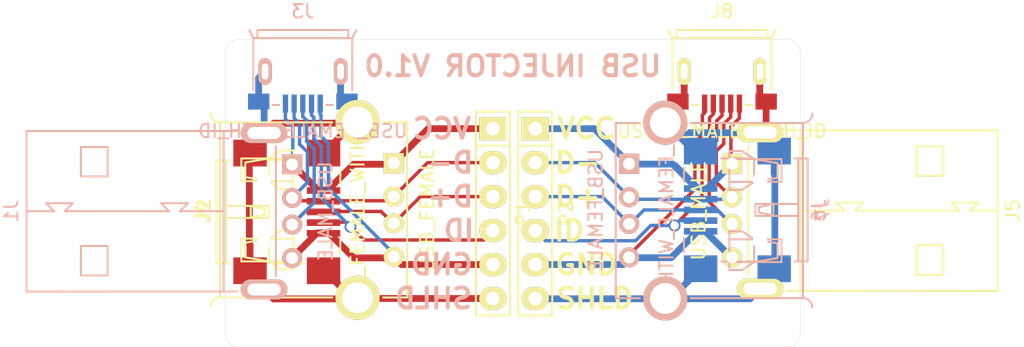
<source format=kicad_pcb>
(kicad_pcb (version 4) (host pcbnew "(2015-01-08 BZR 5360)-product")

  (general
    (links 60)
    (no_connects 0)
    (area 42.813857 56.721 120.086143 83.012701)
    (thickness 1.6)
    (drawings 21)
    (tracks 182)
    (zones 0)
    (modules 10)
    (nets 13)
  )

  (page A4)
  (layers
    (0 F.Cu signal)
    (31 B.Cu signal)
    (32 B.Adhes user)
    (33 F.Adhes user)
    (34 B.Paste user)
    (35 F.Paste user)
    (36 B.SilkS user)
    (37 F.SilkS user)
    (38 B.Mask user)
    (39 F.Mask user)
    (40 Dwgs.User user)
    (41 Cmts.User user)
    (42 Eco1.User user)
    (43 Eco2.User user)
    (44 Edge.Cuts user)
    (45 Margin user)
    (46 B.CrtYd user)
    (47 F.CrtYd user)
    (48 B.Fab user)
    (49 F.Fab user)
  )

  (setup
    (last_trace_width 0.254)
    (user_trace_width 0.508)
    (trace_clearance 0.254)
    (zone_clearance 0.508)
    (zone_45_only no)
    (trace_min 0.254)
    (segment_width 0.001)
    (edge_width 0.0254)
    (via_size 0.889)
    (via_drill 0.635)
    (via_min_size 0.889)
    (via_min_drill 0.508)
    (uvia_size 0.508)
    (uvia_drill 0.127)
    (uvias_allowed no)
    (uvia_min_size 0.508)
    (uvia_min_drill 0.127)
    (pcb_text_width 0.3)
    (pcb_text_size 1.5 1.5)
    (mod_edge_width 0.15)
    (mod_text_size 1 1)
    (mod_text_width 0.15)
    (pad_size 1.6 1.2)
    (pad_drill 0)
    (pad_to_mask_clearance 0)
    (aux_axis_origin 0 0)
    (visible_elements FFFCFF7F)
    (pcbplotparams
      (layerselection 0x00030_80000001)
      (usegerberextensions false)
      (excludeedgelayer true)
      (linewidth 0.100000)
      (plotframeref false)
      (viasonmask false)
      (mode 1)
      (useauxorigin false)
      (hpglpennumber 1)
      (hpglpenspeed 20)
      (hpglpendiameter 15)
      (hpglpenoverlay 2)
      (psnegative false)
      (psa4output false)
      (plotreference true)
      (plotvalue true)
      (plotinvisibletext false)
      (padsonsilk false)
      (subtractmaskfromsilk false)
      (outputformat 1)
      (mirror false)
      (drillshape 1)
      (scaleselection 1)
      (outputdirectory ""))
  )

  (net 0 "")
  (net 1 "Net-(J1-Pad1)")
  (net 2 "Net-(J1-Pad2)")
  (net 3 "Net-(J1-Pad3)")
  (net 4 "Net-(J1-Pad4)")
  (net 5 "Net-(J1-Pad5)")
  (net 6 "Net-(J3-Pad4)")
  (net 7 "Net-(J5-Pad1)")
  (net 8 "Net-(J5-Pad2)")
  (net 9 "Net-(J5-Pad3)")
  (net 10 "Net-(J5-Pad4)")
  (net 11 "Net-(J5-Pad5)")
  (net 12 "Net-(J7-Pad4)")

  (net_class Default "This is the default net class."
    (clearance 0.254)
    (trace_width 0.254)
    (via_dia 0.889)
    (via_drill 0.635)
    (uvia_dia 0.508)
    (uvia_drill 0.127)
    (add_net "Net-(J1-Pad1)")
    (add_net "Net-(J1-Pad2)")
    (add_net "Net-(J1-Pad3)")
    (add_net "Net-(J1-Pad4)")
    (add_net "Net-(J1-Pad5)")
    (add_net "Net-(J3-Pad4)")
    (add_net "Net-(J5-Pad1)")
    (add_net "Net-(J5-Pad2)")
    (add_net "Net-(J5-Pad3)")
    (add_net "Net-(J5-Pad4)")
    (add_net "Net-(J5-Pad5)")
    (add_net "Net-(J7-Pad4)")
  )

  (module Pin_Headers:Pin_Header_Straight_1x06 (layer F.Cu) (tedit 54AF403B) (tstamp 54B089F5)
    (at 80.01 73.025 270)
    (descr "Through hole pin header")
    (tags "pin header")
    (path /54AF3805)
    (fp_text reference P1 (at 0 -2.286 270) (layer F.SilkS)
      (effects (font (size 1 1) (thickness 0.15)))
    )
    (fp_text value CONN_6 (at 0 0 270) (layer F.SilkS) hide
      (effects (font (size 1 1) (thickness 0.15)))
    )
    (fp_line (start -5.08 -1.27) (end 7.62 -1.27) (layer F.SilkS) (width 0.15))
    (fp_line (start 7.62 -1.27) (end 7.62 1.27) (layer F.SilkS) (width 0.15))
    (fp_line (start 7.62 1.27) (end -5.08 1.27) (layer F.SilkS) (width 0.15))
    (fp_line (start -7.62 -1.27) (end -5.08 -1.27) (layer F.SilkS) (width 0.15))
    (fp_line (start -5.08 -1.27) (end -5.08 1.27) (layer F.SilkS) (width 0.15))
    (fp_line (start -7.62 -1.27) (end -7.62 1.27) (layer F.SilkS) (width 0.15))
    (fp_line (start -7.62 1.27) (end -5.08 1.27) (layer F.SilkS) (width 0.15))
    (pad 1 thru_hole rect (at -6.35 0 270) (size 1.7272 2.032) (drill 1.016) (layers *.Cu *.Mask F.SilkS)
      (net 1 "Net-(J1-Pad1)"))
    (pad 2 thru_hole oval (at -3.81 0 270) (size 1.7272 2.032) (drill 1.016) (layers *.Cu *.Mask F.SilkS)
      (net 2 "Net-(J1-Pad2)"))
    (pad 3 thru_hole oval (at -1.27 0 270) (size 1.7272 2.032) (drill 1.016) (layers *.Cu *.Mask F.SilkS)
      (net 3 "Net-(J1-Pad3)"))
    (pad 4 thru_hole oval (at 1.27 0 270) (size 1.7272 2.032) (drill 1.016) (layers *.Cu *.Mask F.SilkS)
      (net 6 "Net-(J3-Pad4)"))
    (pad 5 thru_hole oval (at 3.81 0 270) (size 1.7272 2.032) (drill 1.016) (layers *.Cu *.Mask F.SilkS)
      (net 4 "Net-(J1-Pad4)"))
    (pad 6 thru_hole oval (at 6.35 0 270) (size 1.7272 2.032) (drill 1.016) (layers *.Cu *.Mask F.SilkS)
      (net 5 "Net-(J1-Pad5)"))
    (model Pin_Headers/Pin_Header_Straight_1x06.wrl
      (at (xyz 0 0 0))
      (scale (xyz 1 1 1))
      (rotate (xyz 0 0 0))
    )
  )

  (module Pin_Headers:Pin_Header_Straight_1x06 (layer F.Cu) (tedit 54AF403B) (tstamp 54B084B9)
    (at 83.185 73.025 270)
    (descr "Through hole pin header")
    (tags "pin header")
    (path /54AF4005)
    (fp_text reference P2 (at 0 -2.286 270) (layer F.SilkS)
      (effects (font (size 1 1) (thickness 0.15)))
    )
    (fp_text value CONN_6 (at 0 0 270) (layer F.SilkS) hide
      (effects (font (size 1 1) (thickness 0.15)))
    )
    (fp_line (start -5.08 -1.27) (end 7.62 -1.27) (layer F.SilkS) (width 0.15))
    (fp_line (start 7.62 -1.27) (end 7.62 1.27) (layer F.SilkS) (width 0.15))
    (fp_line (start 7.62 1.27) (end -5.08 1.27) (layer F.SilkS) (width 0.15))
    (fp_line (start -7.62 -1.27) (end -5.08 -1.27) (layer F.SilkS) (width 0.15))
    (fp_line (start -5.08 -1.27) (end -5.08 1.27) (layer F.SilkS) (width 0.15))
    (fp_line (start -7.62 -1.27) (end -7.62 1.27) (layer F.SilkS) (width 0.15))
    (fp_line (start -7.62 1.27) (end -5.08 1.27) (layer F.SilkS) (width 0.15))
    (pad 1 thru_hole rect (at -6.35 0 270) (size 1.7272 2.032) (drill 1.016) (layers *.Cu *.Mask F.SilkS)
      (net 7 "Net-(J5-Pad1)"))
    (pad 2 thru_hole oval (at -3.81 0 270) (size 1.7272 2.032) (drill 1.016) (layers *.Cu *.Mask F.SilkS)
      (net 8 "Net-(J5-Pad2)"))
    (pad 3 thru_hole oval (at -1.27 0 270) (size 1.7272 2.032) (drill 1.016) (layers *.Cu *.Mask F.SilkS)
      (net 9 "Net-(J5-Pad3)"))
    (pad 4 thru_hole oval (at 1.27 0 270) (size 1.7272 2.032) (drill 1.016) (layers *.Cu *.Mask F.SilkS)
      (net 12 "Net-(J7-Pad4)"))
    (pad 5 thru_hole oval (at 3.81 0 270) (size 1.7272 2.032) (drill 1.016) (layers *.Cu *.Mask F.SilkS)
      (net 10 "Net-(J5-Pad4)"))
    (pad 6 thru_hole oval (at 6.35 0 270) (size 1.7272 2.032) (drill 1.016) (layers *.Cu *.Mask F.SilkS)
      (net 11 "Net-(J5-Pad5)"))
    (model Pin_Headers/Pin_Header_Straight_1x06.wrl
      (at (xyz 0 0 0))
      (scale (xyz 1 1 1))
      (rotate (xyz 0 0 0))
    )
  )

  (module Connectors:USB_A_Female (layer F.Cu) (tedit 54B0930B) (tstamp 54B083F1)
    (at 72.6 69.25 270)
    (path /54AF29FE)
    (fp_text reference J2 (at 3.5 14.2 450) (layer F.SilkS)
      (effects (font (size 1 1) (thickness 0.15)))
    )
    (fp_text value USB_FEMALE (at 3.5 -2.5 270) (layer F.SilkS)
      (effects (font (size 1 1) (thickness 0.15)))
    )
    (fp_line (start 10.05 4.6) (end 10.05 13) (layer F.SilkS) (width 0.15))
    (fp_line (start 10.05 -1) (end 10.05 0.8) (layer F.SilkS) (width 0.15))
    (fp_line (start -3.05 4.6) (end -3.05 13) (layer F.SilkS) (width 0.15))
    (fp_line (start -3.05 -1) (end -3.05 0.8) (layer F.SilkS) (width 0.15))
    (fp_line (start 7.35 11.4) (end 7.35 9.45) (layer F.SilkS) (width 0.15))
    (fp_line (start 5.65 11.4) (end 7.35 11.4) (layer F.SilkS) (width 0.15))
    (fp_line (start 5.65 9.4) (end 5.65 11.4) (layer F.SilkS) (width 0.15))
    (fp_line (start 5.65 9.4) (end 5.65 7.5) (layer F.SilkS) (width 0.15))
    (fp_line (start 7.35 9.45) (end 7.35 7.5) (layer F.SilkS) (width 0.15))
    (fp_line (start 7.95 8.45) (end 7.35 9.35) (layer F.SilkS) (width 0.15))
    (fp_line (start 7.95 7.5) (end 7.95 8.45) (layer F.SilkS) (width 0.15))
    (fp_line (start 5.05 8.45) (end 5.65 9.35) (layer F.SilkS) (width 0.15))
    (fp_line (start 5.05 7.5) (end 5.05 8.45) (layer F.SilkS) (width 0.15))
    (fp_line (start 7.95 7.5) (end 5.05 7.5) (layer F.SilkS) (width 0.15))
    (fp_line (start 5.65 9.35) (end 7.35 9.35) (layer F.SilkS) (width 0.15))
    (fp_line (start 5.95 11.1) (end 7.05 11.1) (layer F.SilkS) (width 0.15))
    (fp_line (start 7.05 11.1) (end 7.35 9.35) (layer F.SilkS) (width 0.15))
    (fp_line (start 5.95 11.1) (end 5.65 9.35) (layer F.SilkS) (width 0.15))
    (fp_line (start -0.05 11.1) (end -0.35 9.35) (layer F.SilkS) (width 0.15))
    (fp_line (start 1.05 11.1) (end 1.35 9.35) (layer F.SilkS) (width 0.15))
    (fp_line (start -0.05 11.1) (end 1.05 11.1) (layer F.SilkS) (width 0.15))
    (fp_line (start -0.35 9.35) (end 1.35 9.35) (layer F.SilkS) (width 0.15))
    (fp_line (start 1.95 7.5) (end -0.95 7.5) (layer F.SilkS) (width 0.15))
    (fp_line (start -0.95 7.5) (end -0.95 8.45) (layer F.SilkS) (width 0.15))
    (fp_line (start -0.95 8.45) (end -0.35 9.35) (layer F.SilkS) (width 0.15))
    (fp_line (start 1.95 7.5) (end 1.95 8.45) (layer F.SilkS) (width 0.15))
    (fp_line (start 1.95 8.45) (end 1.35 9.35) (layer F.SilkS) (width 0.15))
    (fp_line (start 1.35 9.45) (end 1.35 7.5) (layer F.SilkS) (width 0.15))
    (fp_line (start -0.35 9.4) (end -0.35 7.5) (layer F.SilkS) (width 0.15))
    (fp_line (start -0.35 9.4) (end -0.35 11.4) (layer F.SilkS) (width 0.15))
    (fp_line (start -0.35 11.4) (end 1.35 11.4) (layer F.SilkS) (width 0.15))
    (fp_line (start 1.35 11.4) (end 1.35 9.45) (layer F.SilkS) (width 0.15))
    (fp_arc (start 10.75 13) (end 10.75 13.7) (angle 90) (layer F.SilkS) (width 0.15))
    (fp_arc (start -3.75 13) (end -3.05 13) (angle 90) (layer F.SilkS) (width 0.15))
    (fp_line (start -3.05 -1) (end 10.05 -1) (layer F.SilkS) (width 0.15))
    (fp_line (start 10.05 13) (end -3.05 13) (layer F.SilkS) (width 0.15))
    (pad 1 thru_hole rect (at 0 0 270) (size 1.5 1.5) (drill 0.9) (layers *.Cu *.Mask F.SilkS)
      (net 1 "Net-(J1-Pad1)"))
    (pad 2 thru_hole circle (at 2.5 0 270) (size 1.5 1.5) (drill 0.9) (layers *.Cu *.Mask F.SilkS)
      (net 2 "Net-(J1-Pad2)"))
    (pad 3 thru_hole circle (at 4.5 0 270) (size 1.5 1.5) (drill 0.9) (layers *.Cu *.Mask F.SilkS)
      (net 3 "Net-(J1-Pad3)"))
    (pad 4 thru_hole circle (at 7 0 270) (size 1.5 1.5) (drill 0.9) (layers *.Cu *.Mask F.SilkS)
      (net 4 "Net-(J1-Pad4)"))
    (pad 5 thru_hole circle (at 10.071 2.71 270) (size 3.3 3.3) (drill 2.3) (layers *.Cu *.Mask F.SilkS)
      (net 5 "Net-(J1-Pad5)"))
    (pad 5 thru_hole circle (at -3.071 2.71 270) (size 3.3 3.3) (drill 2.3) (layers *.Cu *.Mask F.SilkS)
      (net 5 "Net-(J1-Pad5)"))
  )

  (module Connectors:USB_A_Female (layer B.Cu) (tedit 54B0930B) (tstamp 54B35217)
    (at 90.2 69.3 270)
    (path /54AF3FDA)
    (fp_text reference J6 (at 3.5 -14.2 450) (layer B.SilkS)
      (effects (font (size 1 1) (thickness 0.15)) (justify mirror))
    )
    (fp_text value USB_FEMALE (at 3.5 2.5 270) (layer B.SilkS)
      (effects (font (size 1 1) (thickness 0.15)) (justify mirror))
    )
    (fp_line (start 10.05 -4.6) (end 10.05 -13) (layer B.SilkS) (width 0.15))
    (fp_line (start 10.05 1) (end 10.05 -0.8) (layer B.SilkS) (width 0.15))
    (fp_line (start -3.05 -4.6) (end -3.05 -13) (layer B.SilkS) (width 0.15))
    (fp_line (start -3.05 1) (end -3.05 -0.8) (layer B.SilkS) (width 0.15))
    (fp_line (start 7.35 -11.4) (end 7.35 -9.45) (layer B.SilkS) (width 0.15))
    (fp_line (start 5.65 -11.4) (end 7.35 -11.4) (layer B.SilkS) (width 0.15))
    (fp_line (start 5.65 -9.4) (end 5.65 -11.4) (layer B.SilkS) (width 0.15))
    (fp_line (start 5.65 -9.4) (end 5.65 -7.5) (layer B.SilkS) (width 0.15))
    (fp_line (start 7.35 -9.45) (end 7.35 -7.5) (layer B.SilkS) (width 0.15))
    (fp_line (start 7.95 -8.45) (end 7.35 -9.35) (layer B.SilkS) (width 0.15))
    (fp_line (start 7.95 -7.5) (end 7.95 -8.45) (layer B.SilkS) (width 0.15))
    (fp_line (start 5.05 -8.45) (end 5.65 -9.35) (layer B.SilkS) (width 0.15))
    (fp_line (start 5.05 -7.5) (end 5.05 -8.45) (layer B.SilkS) (width 0.15))
    (fp_line (start 7.95 -7.5) (end 5.05 -7.5) (layer B.SilkS) (width 0.15))
    (fp_line (start 5.65 -9.35) (end 7.35 -9.35) (layer B.SilkS) (width 0.15))
    (fp_line (start 5.95 -11.1) (end 7.05 -11.1) (layer B.SilkS) (width 0.15))
    (fp_line (start 7.05 -11.1) (end 7.35 -9.35) (layer B.SilkS) (width 0.15))
    (fp_line (start 5.95 -11.1) (end 5.65 -9.35) (layer B.SilkS) (width 0.15))
    (fp_line (start -0.05 -11.1) (end -0.35 -9.35) (layer B.SilkS) (width 0.15))
    (fp_line (start 1.05 -11.1) (end 1.35 -9.35) (layer B.SilkS) (width 0.15))
    (fp_line (start -0.05 -11.1) (end 1.05 -11.1) (layer B.SilkS) (width 0.15))
    (fp_line (start -0.35 -9.35) (end 1.35 -9.35) (layer B.SilkS) (width 0.15))
    (fp_line (start 1.95 -7.5) (end -0.95 -7.5) (layer B.SilkS) (width 0.15))
    (fp_line (start -0.95 -7.5) (end -0.95 -8.45) (layer B.SilkS) (width 0.15))
    (fp_line (start -0.95 -8.45) (end -0.35 -9.35) (layer B.SilkS) (width 0.15))
    (fp_line (start 1.95 -7.5) (end 1.95 -8.45) (layer B.SilkS) (width 0.15))
    (fp_line (start 1.95 -8.45) (end 1.35 -9.35) (layer B.SilkS) (width 0.15))
    (fp_line (start 1.35 -9.45) (end 1.35 -7.5) (layer B.SilkS) (width 0.15))
    (fp_line (start -0.35 -9.4) (end -0.35 -7.5) (layer B.SilkS) (width 0.15))
    (fp_line (start -0.35 -9.4) (end -0.35 -11.4) (layer B.SilkS) (width 0.15))
    (fp_line (start -0.35 -11.4) (end 1.35 -11.4) (layer B.SilkS) (width 0.15))
    (fp_line (start 1.35 -11.4) (end 1.35 -9.45) (layer B.SilkS) (width 0.15))
    (fp_arc (start 10.75 -13) (end 10.75 -13.7) (angle -90) (layer B.SilkS) (width 0.15))
    (fp_arc (start -3.75 -13) (end -3.05 -13) (angle -90) (layer B.SilkS) (width 0.15))
    (fp_line (start -3.05 1) (end 10.05 1) (layer B.SilkS) (width 0.15))
    (fp_line (start 10.05 -13) (end -3.05 -13) (layer B.SilkS) (width 0.15))
    (pad 1 thru_hole rect (at 0 0 270) (size 1.5 1.5) (drill 0.9) (layers *.Cu *.Mask B.SilkS)
      (net 7 "Net-(J5-Pad1)"))
    (pad 2 thru_hole circle (at 2.5 0 270) (size 1.5 1.5) (drill 0.9) (layers *.Cu *.Mask B.SilkS)
      (net 8 "Net-(J5-Pad2)"))
    (pad 3 thru_hole circle (at 4.5 0 270) (size 1.5 1.5) (drill 0.9) (layers *.Cu *.Mask B.SilkS)
      (net 9 "Net-(J5-Pad3)"))
    (pad 4 thru_hole circle (at 7 0 270) (size 1.5 1.5) (drill 0.9) (layers *.Cu *.Mask B.SilkS)
      (net 10 "Net-(J5-Pad4)"))
    (pad 5 thru_hole circle (at 10.071 -2.71 270) (size 3.3 3.3) (drill 2.3) (layers *.Cu *.Mask B.SilkS)
      (net 11 "Net-(J5-Pad5)"))
    (pad 5 thru_hole circle (at -3.071 -2.71 270) (size 3.3 3.3) (drill 2.3) (layers *.Cu *.Mask B.SilkS)
      (net 11 "Net-(J5-Pad5)"))
  )

  (module Connectors:USB_A_Male (layer F.Cu) (tedit 54B1DDDC) (tstamp 54B08464)
    (at 97.9 69.3 270)
    (path /54AF3FE0)
    (fp_text reference J5 (at 3.5 -21 270) (layer F.SilkS)
      (effects (font (size 1 1) (thickness 0.15)))
    )
    (fp_text value USB_MALE (at 3.5 2.5 450) (layer F.SilkS)
      (effects (font (size 1 1) (thickness 0.15)))
    )
    (fp_line (start 9.51 -19.86) (end 9.5 -5.13) (layer F.SilkS) (width 0.15))
    (fp_line (start -2.5 -5.11) (end -2.5 -19.86) (layer F.SilkS) (width 0.15))
    (fp_line (start -2.5 -5.13) (end -2.5 -4.1) (layer F.SilkS) (width 0.15))
    (fp_line (start 9.5 -5.13) (end 9.5 -4.1) (layer F.SilkS) (width 0.15))
    (fp_line (start -1.35 -1.22) (end 8.35 -1.22) (layer F.SilkS) (width 0.15))
    (fp_line (start -1.3 -15.8) (end -1.3 -13.8) (layer F.SilkS) (width 0.15))
    (fp_line (start -1.3 -13.8) (end 0.9 -13.8) (layer F.SilkS) (width 0.15))
    (fp_line (start 0.9 -13.8) (end 0.9 -15.8) (layer F.SilkS) (width 0.15))
    (fp_line (start 0.9 -15.8) (end -1.3 -15.8) (layer F.SilkS) (width 0.15))
    (fp_line (start 8.3 -15.8) (end 8.3 -13.8) (layer F.SilkS) (width 0.15))
    (fp_line (start 8.3 -13.8) (end 6.1 -13.8) (layer F.SilkS) (width 0.15))
    (fp_line (start 6.1 -13.8) (end 6.1 -15.8) (layer F.SilkS) (width 0.15))
    (fp_line (start 6.1 -15.8) (end 8.3 -15.8) (layer F.SilkS) (width 0.15))
    (fp_line (start 3.5 -5.2) (end 3.5 -8.4) (layer F.SilkS) (width 0.15))
    (fp_line (start 3.5 -8.4) (end 2.9 -7.8) (layer F.SilkS) (width 0.15))
    (fp_line (start 2.9 -7.8) (end 2.9 -9.8) (layer F.SilkS) (width 0.15))
    (fp_line (start 2.9 -9.8) (end 3.5 -9.2) (layer F.SilkS) (width 0.15))
    (fp_line (start 3.5 -9.2) (end 3.5 -17) (layer F.SilkS) (width 0.15))
    (fp_line (start 3.5 -17) (end 2.9 -16.4) (layer F.SilkS) (width 0.15))
    (fp_line (start 2.9 -16.4) (end 2.9 -18.4) (layer F.SilkS) (width 0.15))
    (fp_line (start 2.9 -18.4) (end 3.5 -17.8) (layer F.SilkS) (width 0.15))
    (fp_line (start 3.5 -17.8) (end 3.5 -19.8) (layer F.SilkS) (width 0.15))
    (fp_line (start 9.5 -5.13) (end -2.5 -5.13) (layer F.SilkS) (width 0.15))
    (fp_line (start -2.5 -19.86) (end 9.5 -19.86) (layer F.SilkS) (width 0.15))
    (pad 4 thru_hole circle (at 7 0 90) (size 1.5 1.5) (drill 0.9) (layers *.Cu *.Mask F.SilkS)
      (net 10 "Net-(J5-Pad4)"))
    (pad 3 thru_hole circle (at 4.5 0 90) (size 1.5 1.5) (drill 0.9) (layers *.Cu *.Mask F.SilkS)
      (net 9 "Net-(J5-Pad3)"))
    (pad 2 thru_hole circle (at 2.5 0 90) (size 1.5 1.5) (drill 0.9) (layers *.Cu *.Mask F.SilkS)
      (net 8 "Net-(J5-Pad2)"))
    (pad 1 thru_hole rect (at 0 0 90) (size 1.5 1.5) (drill 0.9) (layers *.Cu *.Mask F.SilkS)
      (net 7 "Net-(J5-Pad1)"))
    (pad 5 thru_hole oval (at -2.35 -2.1 90) (size 1.5 3.5) (drill oval 0.9 2.5) (layers *.Cu *.Mask F.SilkS)
      (net 11 "Net-(J5-Pad5)"))
    (pad 5 thru_hole oval (at 9.35 -2.1 90) (size 1.5 3.5) (drill oval 0.9 2.5) (layers *.Cu *.Mask F.SilkS)
      (net 11 "Net-(J5-Pad5)"))
    (pad "" np_thru_hole circle (at 5.8 -2.1 90) (size 1.1 1.1) (drill 1.1) (layers *.Cu *.Mask F.SilkS))
    (pad "" np_thru_hole circle (at 1.2 -2.1 90) (size 1.1 1.1) (drill 1.1) (layers *.Cu *.Mask F.SilkS))
  )

  (module Connectors:USB_A_Male (layer B.Cu) (tedit 54B1DDDC) (tstamp 54B08441)
    (at 65 69.35 270)
    (path /54AF2BB5)
    (fp_text reference J1 (at 3.5 21 270) (layer B.SilkS)
      (effects (font (size 1 1) (thickness 0.15)) (justify mirror))
    )
    (fp_text value USB_MALE (at 3.5 -2.5 450) (layer B.SilkS)
      (effects (font (size 1 1) (thickness 0.15)) (justify mirror))
    )
    (fp_line (start 9.51 19.86) (end 9.5 5.13) (layer B.SilkS) (width 0.15))
    (fp_line (start -2.5 5.11) (end -2.5 19.86) (layer B.SilkS) (width 0.15))
    (fp_line (start -2.5 5.13) (end -2.5 4.1) (layer B.SilkS) (width 0.15))
    (fp_line (start 9.5 5.13) (end 9.5 4.1) (layer B.SilkS) (width 0.15))
    (fp_line (start -1.35 1.22) (end 8.35 1.22) (layer B.SilkS) (width 0.15))
    (fp_line (start -1.3 15.8) (end -1.3 13.8) (layer B.SilkS) (width 0.15))
    (fp_line (start -1.3 13.8) (end 0.9 13.8) (layer B.SilkS) (width 0.15))
    (fp_line (start 0.9 13.8) (end 0.9 15.8) (layer B.SilkS) (width 0.15))
    (fp_line (start 0.9 15.8) (end -1.3 15.8) (layer B.SilkS) (width 0.15))
    (fp_line (start 8.3 15.8) (end 8.3 13.8) (layer B.SilkS) (width 0.15))
    (fp_line (start 8.3 13.8) (end 6.1 13.8) (layer B.SilkS) (width 0.15))
    (fp_line (start 6.1 13.8) (end 6.1 15.8) (layer B.SilkS) (width 0.15))
    (fp_line (start 6.1 15.8) (end 8.3 15.8) (layer B.SilkS) (width 0.15))
    (fp_line (start 3.5 5.2) (end 3.5 8.4) (layer B.SilkS) (width 0.15))
    (fp_line (start 3.5 8.4) (end 2.9 7.8) (layer B.SilkS) (width 0.15))
    (fp_line (start 2.9 7.8) (end 2.9 9.8) (layer B.SilkS) (width 0.15))
    (fp_line (start 2.9 9.8) (end 3.5 9.2) (layer B.SilkS) (width 0.15))
    (fp_line (start 3.5 9.2) (end 3.5 17) (layer B.SilkS) (width 0.15))
    (fp_line (start 3.5 17) (end 2.9 16.4) (layer B.SilkS) (width 0.15))
    (fp_line (start 2.9 16.4) (end 2.9 18.4) (layer B.SilkS) (width 0.15))
    (fp_line (start 2.9 18.4) (end 3.5 17.8) (layer B.SilkS) (width 0.15))
    (fp_line (start 3.5 17.8) (end 3.5 19.8) (layer B.SilkS) (width 0.15))
    (fp_line (start 9.5 5.13) (end -2.5 5.13) (layer B.SilkS) (width 0.15))
    (fp_line (start -2.5 19.86) (end 9.5 19.86) (layer B.SilkS) (width 0.15))
    (pad 4 thru_hole circle (at 7 0 90) (size 1.5 1.5) (drill 0.9) (layers *.Cu *.Mask B.SilkS)
      (net 4 "Net-(J1-Pad4)"))
    (pad 3 thru_hole circle (at 4.5 0 90) (size 1.5 1.5) (drill 0.9) (layers *.Cu *.Mask B.SilkS)
      (net 3 "Net-(J1-Pad3)"))
    (pad 2 thru_hole circle (at 2.5 0 90) (size 1.5 1.5) (drill 0.9) (layers *.Cu *.Mask B.SilkS)
      (net 2 "Net-(J1-Pad2)"))
    (pad 1 thru_hole rect (at 0 0 90) (size 1.5 1.5) (drill 0.9) (layers *.Cu *.Mask B.SilkS)
      (net 1 "Net-(J1-Pad1)"))
    (pad 5 thru_hole oval (at -2.35 2.1 90) (size 1.5 3.5) (drill oval 0.9 2.5) (layers *.Cu *.Mask B.SilkS)
      (net 5 "Net-(J1-Pad5)"))
    (pad 5 thru_hole oval (at 9.35 2.1 90) (size 1.5 3.5) (drill oval 0.9 2.5) (layers *.Cu *.Mask B.SilkS)
      (net 5 "Net-(J1-Pad5)"))
    (pad "" np_thru_hole circle (at 5.8 2.1 90) (size 1.1 1.1) (drill 1.1) (layers *.Cu *.Mask B.SilkS))
    (pad "" np_thru_hole circle (at 1.2 2.1 90) (size 1.1 1.1) (drill 1.1) (layers *.Cu *.Mask B.SilkS))
  )

  (module Connectors:USB_Mini-B_Female (layer F.Cu) (tedit 54B09521) (tstamp 54B356DE)
    (at 67.35 71.3 270)
    (path /54AF32D6)
    (fp_text reference J4 (at 1.6 9.1 450) (layer F.SilkS)
      (effects (font (size 1 1) (thickness 0.15)))
    )
    (fp_text value USB_FEMALE_WITH_ID (at 1.6 -2.55 450) (layer F.SilkS)
      (effects (font (size 1 1) (thickness 0.15)))
    )
    (fp_line (start -2.25 4) (end -2.25 1.5) (layer F.SilkS) (width 0.15))
    (fp_line (start -2.25 8) (end -2.25 7) (layer F.SilkS) (width 0.15))
    (fp_line (start 5.45 7) (end 5.45 8) (layer F.SilkS) (width 0.15))
    (fp_line (start 5.45 1.5) (end 5.45 4) (layer F.SilkS) (width 0.15))
    (fp_line (start 3.7 -1.25) (end 4.75 -1.25) (layer F.SilkS) (width 0.15))
    (fp_line (start -1.55 -1.25) (end -0.5 -1.25) (layer F.SilkS) (width 0.15))
    (fp_line (start 2 5.45) (end 1.8 4.35) (layer F.SilkS) (width 0.15))
    (fp_line (start 1.8 4.35) (end 1.4 4.35) (layer F.SilkS) (width 0.15))
    (fp_line (start 1.4 4.35) (end 1.15 5.45) (layer F.SilkS) (width 0.15))
    (fp_line (start 1.15 5.45) (end 2.05 5.45) (layer F.SilkS) (width 0.15))
    (fp_line (start 1.15 7.3) (end 1.15 4.1) (layer F.SilkS) (width 0.15))
    (fp_line (start 1.15 4.1) (end 2.05 4.1) (layer F.SilkS) (width 0.15))
    (fp_line (start 2.05 4.1) (end 2.05 7.3) (layer F.SilkS) (width 0.15))
    (fp_line (start -2.25 7.3) (end 5.45 7.3) (layer F.SilkS) (width 0.15))
    (fp_line (start 5.45 8) (end -2.25 8) (layer F.SilkS) (width 0.15))
    (pad 1 smd rect (at 0 0 90) (size 0.5 2.5) (layers F.Cu F.Paste F.Mask)
      (net 1 "Net-(J1-Pad1)"))
    (pad 2 smd rect (at 0.8 0 90) (size 0.5 2.5) (layers F.Cu F.Paste F.Mask)
      (net 2 "Net-(J1-Pad2)"))
    (pad 3 smd rect (at 1.6 0 90) (size 0.5 2.5) (layers F.Cu F.Paste F.Mask)
      (net 3 "Net-(J1-Pad3)"))
    (pad 4 smd rect (at 2.4 0 90) (size 0.5 2.5) (layers F.Cu F.Paste F.Mask)
      (net 6 "Net-(J3-Pad4)"))
    (pad 5 smd rect (at 3.2 0 90) (size 0.5 2.5) (layers F.Cu F.Paste F.Mask)
      (net 4 "Net-(J1-Pad4)"))
    (pad 6 smd rect (at 6 5.5 90) (size 2 2.5) (layers F.Cu F.Paste F.Mask)
      (net 5 "Net-(J1-Pad5)"))
    (pad 6 smd rect (at 6 0 90) (size 2 2.5) (layers F.Cu F.Paste F.Mask)
      (net 5 "Net-(J1-Pad5)"))
    (pad 6 smd rect (at -2.8 0 90) (size 2 2.5) (layers F.Cu F.Paste F.Mask)
      (net 5 "Net-(J1-Pad5)"))
    (pad 6 smd rect (at -2.8 5.5 90) (size 2 2.5) (layers F.Cu F.Paste F.Mask)
      (net 5 "Net-(J1-Pad5)"))
  )

  (module Connectors:USB_Mini-B_Female (layer B.Cu) (tedit 54B09521) (tstamp 54B0848E)
    (at 95.55 71.15 270)
    (path /54AF3FE6)
    (fp_text reference J7 (at 1.6 -9.1 450) (layer B.SilkS)
      (effects (font (size 1 1) (thickness 0.15)) (justify mirror))
    )
    (fp_text value USB_FEMALE_WITH_ID (at 1.6 2.55 450) (layer B.SilkS)
      (effects (font (size 1 1) (thickness 0.15)) (justify mirror))
    )
    (fp_line (start -2.25 -4) (end -2.25 -1.5) (layer B.SilkS) (width 0.15))
    (fp_line (start -2.25 -8) (end -2.25 -7) (layer B.SilkS) (width 0.15))
    (fp_line (start 5.45 -7) (end 5.45 -8) (layer B.SilkS) (width 0.15))
    (fp_line (start 5.45 -1.5) (end 5.45 -4) (layer B.SilkS) (width 0.15))
    (fp_line (start 3.7 1.25) (end 4.75 1.25) (layer B.SilkS) (width 0.15))
    (fp_line (start -1.55 1.25) (end -0.5 1.25) (layer B.SilkS) (width 0.15))
    (fp_line (start 2 -5.45) (end 1.8 -4.35) (layer B.SilkS) (width 0.15))
    (fp_line (start 1.8 -4.35) (end 1.4 -4.35) (layer B.SilkS) (width 0.15))
    (fp_line (start 1.4 -4.35) (end 1.15 -5.45) (layer B.SilkS) (width 0.15))
    (fp_line (start 1.15 -5.45) (end 2.05 -5.45) (layer B.SilkS) (width 0.15))
    (fp_line (start 1.15 -7.3) (end 1.15 -4.1) (layer B.SilkS) (width 0.15))
    (fp_line (start 1.15 -4.1) (end 2.05 -4.1) (layer B.SilkS) (width 0.15))
    (fp_line (start 2.05 -4.1) (end 2.05 -7.3) (layer B.SilkS) (width 0.15))
    (fp_line (start -2.25 -7.3) (end 5.45 -7.3) (layer B.SilkS) (width 0.15))
    (fp_line (start 5.45 -8) (end -2.25 -8) (layer B.SilkS) (width 0.15))
    (pad 1 smd rect (at 0 0 90) (size 0.5 2.5) (layers B.Cu B.Paste B.Mask)
      (net 7 "Net-(J5-Pad1)"))
    (pad 2 smd rect (at 0.8 0 90) (size 0.5 2.5) (layers B.Cu B.Paste B.Mask)
      (net 8 "Net-(J5-Pad2)"))
    (pad 3 smd rect (at 1.6 0 90) (size 0.5 2.5) (layers B.Cu B.Paste B.Mask)
      (net 9 "Net-(J5-Pad3)"))
    (pad 4 smd rect (at 2.4 0 90) (size 0.5 2.5) (layers B.Cu B.Paste B.Mask)
      (net 12 "Net-(J7-Pad4)"))
    (pad 5 smd rect (at 3.2 0 90) (size 0.5 2.5) (layers B.Cu B.Paste B.Mask)
      (net 10 "Net-(J5-Pad4)"))
    (pad 6 smd rect (at 6 -5.5 90) (size 2 2.5) (layers B.Cu B.Paste B.Mask)
      (net 11 "Net-(J5-Pad5)"))
    (pad 6 smd rect (at 6 0 90) (size 2 2.5) (layers B.Cu B.Paste B.Mask)
      (net 11 "Net-(J5-Pad5)"))
    (pad 6 smd rect (at -2.8 0 90) (size 2 2.5) (layers B.Cu B.Paste B.Mask)
      (net 11 "Net-(J5-Pad5)"))
    (pad 6 smd rect (at -2.8 -5.5 90) (size 2 2.5) (layers B.Cu B.Paste B.Mask)
      (net 11 "Net-(J5-Pad5)"))
  )

  (module Connectors:USB_Micro-B_Female_Wellco_AUSB_1011_05S2 (layer F.Cu) (tedit 54B1E099) (tstamp 54B084E4)
    (at 98.45 64.8 180)
    (path /54AF3FEC)
    (fp_text reference J8 (at 1.3 6.9 360) (layer F.SilkS)
      (effects (font (size 1 1) (thickness 0.15)))
    )
    (fp_text value USB_FEMALE_WITH_ID (at 1.3 -2.05 360) (layer F.SilkS)
      (effects (font (size 1 1) (thickness 0.15)))
    )
    (fp_line (start 5 4.9) (end 5 1) (layer F.SilkS) (width 0.15))
    (fp_line (start -2.4 1) (end -2.4 4.9) (layer F.SilkS) (width 0.15))
    (fp_line (start -0.45 -0.1) (end -0.95 -0.1) (layer F.SilkS) (width 0.15))
    (fp_line (start 3.55 -0.1) (end 3.05 -0.1) (layer F.SilkS) (width 0.15))
    (fp_line (start 4.7 5.5) (end -2.1 5.5) (layer F.SilkS) (width 0.15))
    (fp_line (start -2.1 5.5) (end -2.1 4.9) (layer F.SilkS) (width 0.15))
    (fp_line (start 4.7 5.5) (end 4.7 4.9) (layer F.SilkS) (width 0.15))
    (fp_line (start 5 4.9) (end 5.3 5.5) (layer F.SilkS) (width 0.15))
    (fp_line (start -2.4 4.9) (end -2.7 5.5) (layer F.SilkS) (width 0.15))
    (fp_line (start 5 4.9) (end -2.4 4.9) (layer F.SilkS) (width 0.15))
    (pad 6 thru_hole oval (at 4.125 2.4) (size 1 2) (drill oval 0.5 1.2) (layers *.Cu *.Mask F.SilkS)
      (net 11 "Net-(J5-Pad5)") (clearance 0.25))
    (pad 1 smd rect (at 0 0) (size 0.4 1.35) (layers F.Cu F.Paste F.Mask)
      (net 7 "Net-(J5-Pad1)") (clearance 0.24999))
    (pad 2 smd rect (at 0.65 0) (size 0.4 1.35) (layers F.Cu F.Paste F.Mask)
      (net 8 "Net-(J5-Pad2)") (clearance 0.25))
    (pad 3 smd rect (at 1.3 0) (size 0.4 1.35) (layers F.Cu F.Paste F.Mask)
      (net 9 "Net-(J5-Pad3)") (clearance 0.25))
    (pad 4 smd rect (at 1.95 0) (size 0.4 1.35) (layers F.Cu F.Paste F.Mask)
      (net 12 "Net-(J7-Pad4)") (clearance 0.25))
    (pad 5 smd rect (at 2.6 0) (size 0.4 1.35) (layers F.Cu F.Paste F.Mask)
      (net 10 "Net-(J5-Pad4)") (clearance 0.24999))
    (pad 6 thru_hole oval (at -1.525 2.4) (size 1 2) (drill oval 0.5 1.2) (layers *.Cu *.Mask F.SilkS)
      (net 11 "Net-(J5-Pad5)") (clearance 0.25))
    (pad "" np_thru_hole circle (at 3.3 0.4) (size 0.5 0.5) (drill 0.5) (layers *.Cu *.Mask F.SilkS)
      (clearance 0.24999))
    (pad "" np_thru_hole circle (at -0.7 0.4) (size 0.5 0.5) (drill 0.5) (layers *.Cu *.Mask F.SilkS)
      (clearance 0.249999))
    (pad 6 smd rect (at -2 0.15) (size 1.6 1.2) (layers F.Cu F.Paste F.Mask)
      (net 11 "Net-(J5-Pad5)") (clearance 0.249999))
    (pad 6 smd rect (at 4.6 0.15) (size 1.6 1.2) (layers F.Cu F.Paste F.Mask)
      (net 11 "Net-(J5-Pad5)") (clearance 0.24999))
  )

  (module Connectors:USB_Micro-B_Female_Wellco_AUSB_1011_05S2 (layer B.Cu) (tedit 54B1E099) (tstamp 54B084A7)
    (at 64.5 64.8)
    (path /54AF3256)
    (fp_text reference J3 (at 1.3 -6.9 180) (layer B.SilkS)
      (effects (font (size 1 1) (thickness 0.15)) (justify mirror))
    )
    (fp_text value USB_FEMALE_WITH_ID (at 1.3 2.05 180) (layer B.SilkS)
      (effects (font (size 1 1) (thickness 0.15)) (justify mirror))
    )
    (fp_line (start 5 -4.9) (end 5 -1) (layer B.SilkS) (width 0.15))
    (fp_line (start -2.4 -1) (end -2.4 -4.9) (layer B.SilkS) (width 0.15))
    (fp_line (start -0.45 0.1) (end -0.95 0.1) (layer B.SilkS) (width 0.15))
    (fp_line (start 3.55 0.1) (end 3.05 0.1) (layer B.SilkS) (width 0.15))
    (fp_line (start 4.7 -5.5) (end -2.1 -5.5) (layer B.SilkS) (width 0.15))
    (fp_line (start -2.1 -5.5) (end -2.1 -4.9) (layer B.SilkS) (width 0.15))
    (fp_line (start 4.7 -5.5) (end 4.7 -4.9) (layer B.SilkS) (width 0.15))
    (fp_line (start 5 -4.9) (end 5.3 -5.5) (layer B.SilkS) (width 0.15))
    (fp_line (start -2.4 -4.9) (end -2.7 -5.5) (layer B.SilkS) (width 0.15))
    (fp_line (start 5 -4.9) (end -2.4 -4.9) (layer B.SilkS) (width 0.15))
    (pad 6 thru_hole oval (at 4.125 -2.4 180) (size 1 2) (drill oval 0.5 1.2) (layers *.Cu *.Mask B.SilkS)
      (net 5 "Net-(J1-Pad5)") (clearance 0.25))
    (pad 1 smd rect (at 0 0 180) (size 0.4 1.35) (layers B.Cu B.Paste B.Mask)
      (net 1 "Net-(J1-Pad1)") (clearance 0.24999))
    (pad 2 smd rect (at 0.65 0 180) (size 0.4 1.35) (layers B.Cu B.Paste B.Mask)
      (net 2 "Net-(J1-Pad2)") (clearance 0.25))
    (pad 3 smd rect (at 1.3 0 180) (size 0.4 1.35) (layers B.Cu B.Paste B.Mask)
      (net 3 "Net-(J1-Pad3)") (clearance 0.25))
    (pad 4 smd rect (at 1.95 0 180) (size 0.4 1.35) (layers B.Cu B.Paste B.Mask)
      (net 6 "Net-(J3-Pad4)") (clearance 0.25))
    (pad 5 smd rect (at 2.6 0 180) (size 0.4 1.35) (layers B.Cu B.Paste B.Mask)
      (net 4 "Net-(J1-Pad4)") (clearance 0.24999))
    (pad 6 thru_hole oval (at -1.525 -2.4 180) (size 1 2) (drill oval 0.5 1.2) (layers *.Cu *.Mask B.SilkS)
      (net 5 "Net-(J1-Pad5)") (clearance 0.25))
    (pad "" np_thru_hole circle (at 3.3 -0.4 180) (size 0.5 0.5) (drill 0.5) (layers *.Cu *.Mask B.SilkS)
      (clearance 0.24999))
    (pad "" np_thru_hole circle (at -0.7 -0.4 180) (size 0.5 0.5) (drill 0.5) (layers *.Cu *.Mask B.SilkS)
      (clearance 0.249999))
    (pad 6 smd rect (at -2 -0.15 180) (size 1.6 1.2) (layers B.Cu B.Paste B.Mask)
      (net 5 "Net-(J1-Pad5)") (clearance 0.249999))
    (pad 6 smd rect (at 4.6 -0.15 180) (size 1.6 1.2) (layers B.Cu B.Paste B.Mask)
      (net 5 "Net-(J1-Pad5)") (clearance 0.24999))
  )

  (gr_line (start 61 60) (end 102 60) (angle 90) (layer Edge.Cuts) (width 0.0254))
  (gr_line (start 60 82) (end 60 61) (angle 90) (layer Edge.Cuts) (width 0.0254))
  (gr_line (start 61 83) (end 102.5 83) (angle 90) (layer Edge.Cuts) (width 0.0254))
  (gr_line (start 103 61) (end 103 82) (angle 90) (layer Edge.Cuts) (width 0.0254))
  (gr_arc (start 102 82) (end 103 82) (angle 90) (layer Edge.Cuts) (width 0.0254))
  (gr_arc (start 61 82) (end 61 83) (angle 90) (layer Edge.Cuts) (width 0.0254))
  (gr_arc (start 61 61) (end 60 61) (angle 90) (layer Edge.Cuts) (width 0.0254))
  (gr_arc (start 102 61) (end 102 60) (angle 90) (layer Edge.Cuts) (width 0.0254))
  (gr_text "USB INJECTOR V1.0" (at 81.5 62) (layer B.SilkS)
    (effects (font (size 1.5 1.5) (thickness 0.3)) (justify mirror))
  )
  (gr_text VCC (at 86.995 66.675) (layer F.SilkS) (tstamp 54B08516)
    (effects (font (size 1.5 1.5) (thickness 0.3)))
  )
  (gr_text D- (at 86.36 69.215) (layer F.SilkS) (tstamp 54B08517)
    (effects (font (size 1.5 1.5) (thickness 0.3)))
  )
  (gr_text D+ (at 86.36 71.755) (layer F.SilkS) (tstamp 54B08518)
    (effects (font (size 1.5 1.5) (thickness 0.3)))
  )
  (gr_text ID (at 85.725 74.295) (layer F.SilkS) (tstamp 54B08519)
    (effects (font (size 1.5 1.5) (thickness 0.3)))
  )
  (gr_text GND (at 86.995 76.835) (layer F.SilkS) (tstamp 54B0851A)
    (effects (font (size 1.5 1.5) (thickness 0.3)))
  )
  (gr_text SHLD (at 87.63 79.375) (layer F.SilkS) (tstamp 54B0851B)
    (effects (font (size 1.5 1.5) (thickness 0.3)))
  )
  (gr_text SHLD (at 75.565 79.375) (layer B.SilkS)
    (effects (font (size 1.5 1.5) (thickness 0.3)) (justify mirror))
  )
  (gr_text GND (at 76.2 76.835) (layer B.SilkS)
    (effects (font (size 1.5 1.5) (thickness 0.3)) (justify mirror))
  )
  (gr_text ID (at 77.47 74.295) (layer B.SilkS)
    (effects (font (size 1.5 1.5) (thickness 0.3)) (justify mirror))
  )
  (gr_text D+ (at 76.835 71.755) (layer B.SilkS)
    (effects (font (size 1.5 1.5) (thickness 0.3)) (justify mirror))
  )
  (gr_text D- (at 76.835 69.215) (layer B.SilkS)
    (effects (font (size 1.5 1.5) (thickness 0.3)) (justify mirror))
  )
  (gr_text VCC (at 76.2 66.675) (layer B.SilkS)
    (effects (font (size 1.5 1.5) (thickness 0.3)) (justify mirror))
  )

  (segment (start 67.395 71.2668) (end 66.935 71.2668) (width 0.508) (layer F.Cu) (net 1) (status 30))
  (segment (start 69.5972 69.3368) (end 67.6672 71.2668) (width 0.508) (layer F.Cu) (net 1) (tstamp 54B08A3C) (status 20))
  (segment (start 67.6672 71.2668) (end 67.395 71.2668) (width 0.508) (layer F.Cu) (net 1) (tstamp 54B08A3D) (status 30))
  (segment (start 64.495 64.8168) (end 64.495 65.9642) (width 0.254) (layer B.Cu) (net 1) (status 10))
  (segment (start 64.495 65.9642) (end 65.0494 66.5186) (width 0.254) (layer B.Cu) (net 1) (tstamp 54B08599))
  (segment (start 72.625 69.3368) (end 69.5972 69.3368) (width 0.508) (layer F.Cu) (net 1) (status 10))
  (segment (start 66.935 71.2668) (end 65.005 69.3368) (width 0.508) (layer F.Cu) (net 1) (tstamp 54B08A42) (status 30))
  (segment (start 65.0494 66.5186) (end 65.0494 69.2924) (width 0.254) (layer B.Cu) (net 1) (tstamp 54B0859A) (status 20))
  (segment (start 65.0494 69.2924) (end 65.005 69.3368) (width 0.254) (layer B.Cu) (net 1) (tstamp 54B0859B) (status 30))
  (segment (start 75.175 66.675) (end 72.6 69.25) (width 0.508) (layer F.Cu) (net 1) (tstamp 54B356EF) (status 20))
  (segment (start 80.01 66.675) (end 75.175 66.675) (width 0.508) (layer F.Cu) (net 1) (status 10))
  (segment (start 67.395 72.0668) (end 65.235 72.0668) (width 0.254) (layer F.Cu) (net 2) (status 30))
  (segment (start 65.235 72.0668) (end 65.005 71.8368) (width 0.254) (layer F.Cu) (net 2) (tstamp 54B08574) (status 30))
  (segment (start 65.145 65.8776) (end 65.557402 66.290002) (width 0.254) (layer B.Cu) (net 2) (tstamp 54B0859E))
  (segment (start 72.395 72.0668) (end 72.625 71.8368) (width 0.254) (layer F.Cu) (net 2) (tstamp 54B08556) (status 30))
  (segment (start 65.557402 66.290002) (end 65.557402 67.839402) (width 0.254) (layer B.Cu) (net 2) (tstamp 54B0859F))
  (segment (start 65.557402 67.839402) (end 66.1416 68.4236) (width 0.254) (layer B.Cu) (net 2) (tstamp 54B085A0))
  (segment (start 66.1416 68.4236) (end 66.1416 70.7002) (width 0.254) (layer B.Cu) (net 2) (tstamp 54B085A1))
  (segment (start 66.1416 70.7002) (end 65.005 71.8368) (width 0.254) (layer B.Cu) (net 2) (tstamp 54B085A2) (status 20))
  (segment (start 65.145 64.8168) (end 65.145 65.8776) (width 0.254) (layer B.Cu) (net 2) (status 10))
  (segment (start 67.395 72.0668) (end 72.395 72.0668) (width 0.254) (layer F.Cu) (net 2) (status 30))
  (segment (start 75.135 69.215) (end 72.6 71.75) (width 0.254) (layer F.Cu) (net 2) (tstamp 54B356FB) (status 20))
  (segment (start 80.01 69.215) (end 75.135 69.215) (width 0.254) (layer F.Cu) (net 2) (status 10))
  (segment (start 65.975 72.8668) (end 65.005 73.8368) (width 0.254) (layer F.Cu) (net 3) (tstamp 54B08577) (status 20))
  (segment (start 71.655 72.8668) (end 72.625 73.8368) (width 0.254) (layer F.Cu) (net 3) (tstamp 54B0855B) (status 20))
  (segment (start 66.0908 66.0614) (end 66.0908 67.6362) (width 0.254) (layer B.Cu) (net 3) (tstamp 54B085A7))
  (segment (start 66.0908 67.6362) (end 66.649602 68.195002) (width 0.254) (layer B.Cu) (net 3) (tstamp 54B085A8))
  (segment (start 66.649602 68.195002) (end 66.649602 72.192198) (width 0.254) (layer B.Cu) (net 3) (tstamp 54B085A9))
  (segment (start 66.649602 72.192198) (end 65.005 73.8368) (width 0.254) (layer B.Cu) (net 3) (tstamp 54B085AA) (status 20))
  (segment (start 65.795 65.7656) (end 66.0908 66.0614) (width 0.254) (layer B.Cu) (net 3) (tstamp 54B085A6))
  (segment (start 65.795 64.8168) (end 65.795 65.7656) (width 0.254) (layer B.Cu) (net 3) (status 10))
  (segment (start 67.395 72.8668) (end 65.975 72.8668) (width 0.254) (layer F.Cu) (net 3) (status 10))
  (segment (start 67.395 72.8668) (end 71.655 72.8668) (width 0.254) (layer F.Cu) (net 3) (status 10))
  (segment (start 74.595 71.755) (end 72.6 73.75) (width 0.254) (layer F.Cu) (net 3) (tstamp 54B356FF) (status 20))
  (segment (start 80.01 71.755) (end 74.595 71.755) (width 0.254) (layer F.Cu) (net 3) (status 10))
  (segment (start 67.7164 67.7886) (end 67.7164 71.1414) (width 0.254) (layer B.Cu) (net 4) (tstamp 54B085EE))
  (segment (start 72.625 76.3368) (end 69.6098 76.3368) (width 0.508) (layer F.Cu) (net 4) (status 10))
  (segment (start 67.7164 71.1414) (end 72.625 76.05) (width 0.254) (layer B.Cu) (net 4) (tstamp 54B085EF) (status 20))
  (segment (start 72.625 76.05) (end 72.625 76.3368) (width 0.254) (layer B.Cu) (net 4) (tstamp 54B085F1) (status 30))
  (segment (start 66.875 74.4668) (end 65.005 76.3368) (width 0.508) (layer F.Cu) (net 4) (tstamp 54B08A46) (status 30))
  (segment (start 67.095 64.8168) (end 67.095 65.5924) (width 0.254) (layer B.Cu) (net 4) (status 10))
  (segment (start 67.1576 67.2298) (end 67.7164 67.7886) (width 0.254) (layer B.Cu) (net 4) (tstamp 54B085ED))
  (segment (start 67.1576 65.655) (end 67.1576 67.2298) (width 0.254) (layer B.Cu) (net 4) (tstamp 54B085EC))
  (segment (start 67.095 65.5924) (end 67.1576 65.655) (width 0.254) (layer B.Cu) (net 4) (tstamp 54B085EB))
  (segment (start 67.395 74.4668) (end 66.875 74.4668) (width 0.508) (layer F.Cu) (net 4) (status 30))
  (segment (start 69.6098 76.3368) (end 67.7398 74.4668) (width 0.508) (layer F.Cu) (net 4) (tstamp 54B08A32) (status 20))
  (segment (start 67.7398 74.4668) (end 67.395 74.4668) (width 0.508) (layer F.Cu) (net 4) (tstamp 54B08A33) (status 30))
  (segment (start 73.185 76.835) (end 72.6 76.25) (width 0.508) (layer F.Cu) (net 4) (tstamp 54B356F3) (status 20))
  (segment (start 80.01 76.835) (end 73.185 76.835) (width 0.508) (layer F.Cu) (net 4) (status 10))
  (segment (start 69.915 66.2658) (end 63.626 66.2658) (width 0.508) (layer F.Cu) (net 5) (status 30))
  (segment (start 63.626 66.2658) (end 62.905 66.9868) (width 0.508) (layer F.Cu) (net 5) (tstamp 54B08AB9) (status 30))
  (segment (start 69.095 64.6668) (end 69.095 65.4458) (width 0.508) (layer B.Cu) (net 5) (status 30))
  (segment (start 69.095 65.4458) (end 69.915 66.2658) (width 0.508) (layer B.Cu) (net 5) (tstamp 54B08A7F) (status 30))
  (segment (start 68.62 62.4168) (end 68.62 64.1918) (width 0.508) (layer B.Cu) (net 5) (status 30))
  (segment (start 68.62 64.1918) (end 69.095 64.6668) (width 0.508) (layer B.Cu) (net 5) (tstamp 54B08A7C) (status 30))
  (segment (start 62.495 64.6668) (end 62.495 62.8918) (width 0.508) (layer B.Cu) (net 5) (status 30))
  (segment (start 62.495 62.8918) (end 62.97 62.4168) (width 0.508) (layer B.Cu) (net 5) (tstamp 54B08A79) (status 30))
  (segment (start 62.905 66.9868) (end 62.905 65.0768) (width 0.508) (layer B.Cu) (net 5) (status 30))
  (segment (start 62.905 65.0768) (end 62.495 64.6668) (width 0.508) (layer B.Cu) (net 5) (tstamp 54B08A76) (status 30))
  (segment (start 62.905 78.6868) (end 62.905 78.2768) (width 0.508) (layer F.Cu) (net 5) (status 30))
  (segment (start 62.905 78.2768) (end 61.895 77.2668) (width 0.508) (layer F.Cu) (net 5) (tstamp 54B08A73) (status 30))
  (segment (start 69.915 79.4078) (end 69.536 79.4078) (width 0.508) (layer F.Cu) (net 5) (status 30))
  (segment (start 69.536 79.4078) (end 67.395 77.2668) (width 0.508) (layer F.Cu) (net 5) (tstamp 54B08A70) (status 30))
  (segment (start 69.915 79.4078) (end 63.626 79.4078) (width 0.508) (layer F.Cu) (net 5) (status 30))
  (segment (start 63.626 79.4078) (end 62.905 78.6868) (width 0.508) (layer F.Cu) (net 5) (tstamp 54B08A6D) (status 30))
  (segment (start 61.895 68.4668) (end 61.895 67.9968) (width 0.508) (layer F.Cu) (net 5) (status 30))
  (segment (start 61.895 67.9968) (end 62.905 66.9868) (width 0.508) (layer F.Cu) (net 5) (tstamp 54B08A57) (status 30))
  (segment (start 69.915 66.2658) (end 69.596 66.2658) (width 0.508) (layer F.Cu) (net 5) (status 30))
  (segment (start 69.596 66.2658) (end 67.395 68.4668) (width 0.508) (layer F.Cu) (net 5) (tstamp 54B08A4B) (status 30))
  (segment (start 62.97 64.1918) (end 62.495 64.6668) (width 0.254) (layer B.Cu) (net 5) (tstamp 54B085F8) (status 30))
  (segment (start 68.62 64.1918) (end 69.095 64.6668) (width 0.254) (layer B.Cu) (net 5) (tstamp 54B085F4) (status 30))
  (segment (start 70.1322 79.625) (end 69.915 79.4078) (width 0.254) (layer F.Cu) (net 5) (tstamp 54B0854E) (status 30))
  (segment (start 69.944 79.375) (end 69.89 79.321) (width 0.508) (layer F.Cu) (net 5) (tstamp 54B356F6) (status 30))
  (segment (start 80.01 79.375) (end 69.944 79.375) (width 0.508) (layer F.Cu) (net 5) (status 30))
  (segment (start 61.8 68.55) (end 61.85 68.5) (width 0.508) (layer F.Cu) (net 5) (tstamp 54B35712) (status 30))
  (segment (start 61.85 75.35) (end 61.8 75.3) (width 0.508) (layer F.Cu) (net 5) (tstamp 54B35710))
  (segment (start 61.8 75.3) (end 61.8 68.55) (width 0.508) (layer F.Cu) (net 5) (tstamp 54B35711) (status 20))
  (segment (start 61.85 77.3) (end 61.85 75.35) (width 0.508) (layer F.Cu) (net 5) (status 10))
  (segment (start 79.4766 74.8284) (end 80.01 74.295) (width 0.254) (layer F.Cu) (net 6) (tstamp 54B085E6) (status 30))
  (segment (start 66.445 64.8168) (end 66.445 65.6536) (width 0.254) (layer B.Cu) (net 6) (status 10))
  (segment (start 67.183 67.9918) (end 67.183 71.8272) (width 0.254) (layer B.Cu) (net 6) (tstamp 54B085B1))
  (segment (start 66.6242 67.433) (end 67.183 67.9918) (width 0.254) (layer B.Cu) (net 6) (tstamp 54B085B0))
  (segment (start 66.6242 65.8328) (end 66.6242 67.433) (width 0.254) (layer B.Cu) (net 6) (tstamp 54B085AF))
  (segment (start 66.445 65.6536) (end 66.6242 65.8328) (width 0.254) (layer B.Cu) (net 6) (tstamp 54B085AE))
  (segment (start 67.183 71.8272) (end 69.3674 74.0116) (width 0.254) (layer B.Cu) (net 6) (tstamp 54B085B2))
  (segment (start 69.0226 73.6668) (end 69.3674 74.0116) (width 0.254) (layer F.Cu) (net 6) (tstamp 54B085B5))
  (via (at 69.3674 74.0116) (size 0.889) (layers F.Cu B.Cu) (net 6))
  (segment (start 67.395 73.6668) (end 69.0226 73.6668) (width 0.254) (layer F.Cu) (net 6) (status 10))
  (segment (start 69.3674 74.0174) (end 70.35 75) (width 0.254) (layer F.Cu) (net 6) (tstamp 54B35703))
  (segment (start 70.35 75) (end 79.305 75) (width 0.254) (layer F.Cu) (net 6) (tstamp 54B35704))
  (segment (start 79.305 75) (end 80.01 74.295) (width 0.254) (layer F.Cu) (net 6) (tstamp 54B35705) (status 20))
  (segment (start 69.3674 74.0116) (end 69.3674 74.0174) (width 0.254) (layer F.Cu) (net 6))
  (segment (start 93.4543 69.3243) (end 95.2843 71.1543) (width 0.508) (layer B.Cu) (net 7) (tstamp 54B08A19) (status 20))
  (segment (start 93.715 69.3243) (end 95.545 71.1543) (width 0.254) (layer B.Cu) (net 7) (tstamp 54B08A06) (status 20))
  (segment (start 95.545 71.1543) (end 96.035 71.1543) (width 0.508) (layer B.Cu) (net 7) (status 30))
  (segment (start 96.035 71.1543) (end 97.865 69.3243) (width 0.508) (layer B.Cu) (net 7) (tstamp 54B08A1D) (status 30))
  (segment (start 95.2843 71.1543) (end 95.545 71.1543) (width 0.508) (layer B.Cu) (net 7) (tstamp 54B08A1A) (status 30))
  (segment (start 98.445 64.8043) (end 98.445 65.893) (width 0.254) (layer F.Cu) (net 7) (status 10))
  (segment (start 98.445 65.893) (end 97.8154 66.5226) (width 0.254) (layer F.Cu) (net 7) (tstamp 54B08AEA))
  (segment (start 97.8154 66.5226) (end 97.8154 69.2747) (width 0.254) (layer F.Cu) (net 7) (tstamp 54B08AEB) (status 20))
  (segment (start 87.5957 66.675) (end 90.245 69.3243) (width 0.508) (layer B.Cu) (net 7) (tstamp 54B08A8A) (status 20))
  (segment (start 90.245 69.3243) (end 93.4543 69.3243) (width 0.508) (layer B.Cu) (net 7) (status 10))
  (segment (start 90.245 69.3243) (end 93.715 69.3243) (width 0.254) (layer B.Cu) (net 7) (status 10))
  (segment (start 97.8154 69.2747) (end 97.865 69.3243) (width 0.254) (layer F.Cu) (net 7) (tstamp 54B08AEC) (status 30))
  (segment (start 83.185 66.675) (end 87.5957 66.675) (width 0.508) (layer B.Cu) (net 7) (status 10))
  (segment (start 87.6357 69.215) (end 90.245 71.8243) (width 0.254) (layer B.Cu) (net 8) (tstamp 54B08ABC) (status 20))
  (segment (start 95.545 71.9543) (end 90.375 71.9543) (width 0.254) (layer B.Cu) (net 8) (status 30))
  (segment (start 90.375 71.9543) (end 90.245 71.8243) (width 0.254) (layer B.Cu) (net 8) (tstamp 54B08A0A) (status 30))
  (segment (start 96.7232 68.3514) (end 96.7232 70.6825) (width 0.254) (layer F.Cu) (net 8) (tstamp 54B08AF4))
  (segment (start 96.7232 70.6825) (end 97.865 71.8243) (width 0.254) (layer F.Cu) (net 8) (tstamp 54B08AF5) (status 20))
  (segment (start 97.735 71.9543) (end 97.865 71.8243) (width 0.254) (layer B.Cu) (net 8) (tstamp 54B08ACB) (status 30))
  (segment (start 83.185 69.215) (end 87.6357 69.215) (width 0.254) (layer B.Cu) (net 8) (status 10))
  (segment (start 97.282 67.7926) (end 96.7232 68.3514) (width 0.254) (layer F.Cu) (net 8) (tstamp 54B08AF3))
  (segment (start 97.282 66.3194) (end 97.282 67.7926) (width 0.254) (layer F.Cu) (net 8) (tstamp 54B08AF2))
  (segment (start 97.795 65.8064) (end 97.282 66.3194) (width 0.254) (layer F.Cu) (net 8) (tstamp 54B08AF1))
  (segment (start 97.795 64.8043) (end 97.795 65.8064) (width 0.254) (layer F.Cu) (net 8) (status 10))
  (segment (start 95.545 71.9543) (end 97.735 71.9543) (width 0.254) (layer B.Cu) (net 8) (status 30))
  (segment (start 88.1757 71.755) (end 90.245 73.8243) (width 0.254) (layer B.Cu) (net 9) (tstamp 54B08AC0) (status 20))
  (segment (start 91.315 72.7543) (end 90.245 73.8243) (width 0.254) (layer B.Cu) (net 9) (tstamp 54B08A0D) (status 20))
  (segment (start 96.1898 72.1491) (end 97.865 73.8243) (width 0.254) (layer F.Cu) (net 9) (tstamp 54B08AFD) (status 20))
  (segment (start 83.185 71.755) (end 88.1757 71.755) (width 0.254) (layer B.Cu) (net 9) (status 10))
  (segment (start 96.1898 68.1482) (end 96.1898 72.1491) (width 0.254) (layer F.Cu) (net 9) (tstamp 54B08AFC))
  (segment (start 96.7486 67.5894) (end 96.1898 68.1482) (width 0.254) (layer F.Cu) (net 9) (tstamp 54B08AFB))
  (segment (start 96.7486 66.0908) (end 96.7486 67.5894) (width 0.254) (layer F.Cu) (net 9) (tstamp 54B08AFA))
  (segment (start 97.145 65.6944) (end 96.7486 66.0908) (width 0.254) (layer F.Cu) (net 9) (tstamp 54B08AF9))
  (segment (start 97.145 64.8043) (end 97.145 65.6944) (width 0.254) (layer F.Cu) (net 9) (status 10))
  (segment (start 96.795 72.7543) (end 97.865 73.8243) (width 0.254) (layer B.Cu) (net 9) (tstamp 54B08AC7) (status 30))
  (segment (start 95.545 72.7543) (end 96.795 72.7543) (width 0.254) (layer B.Cu) (net 9) (status 30))
  (segment (start 95.545 72.7543) (end 91.315 72.7543) (width 0.254) (layer B.Cu) (net 9) (status 10))
  (segment (start 90.245 76.3243) (end 93.3477 76.3243) (width 0.508) (layer B.Cu) (net 10) (status 10))
  (segment (start 89.7343 76.835) (end 90.245 76.3243) (width 0.508) (layer B.Cu) (net 10) (tstamp 54B08A8E) (status 30))
  (segment (start 95.6818 67.1322) (end 95.123 67.691) (width 0.254) (layer F.Cu) (net 10) (tstamp 54B08B0B))
  (segment (start 95.845 64.8043) (end 95.845 65.4958) (width 0.254) (layer F.Cu) (net 10) (status 10))
  (segment (start 95.6818 65.659) (end 95.6818 67.1322) (width 0.254) (layer F.Cu) (net 10) (tstamp 54B08B0A))
  (segment (start 95.845 65.4958) (end 95.6818 65.659) (width 0.254) (layer F.Cu) (net 10) (tstamp 54B08B09))
  (segment (start 95.123 67.691) (end 95.123 71.1962) (width 0.254) (layer F.Cu) (net 10) (tstamp 54B08B0C))
  (segment (start 83.185 76.835) (end 89.7343 76.835) (width 0.508) (layer B.Cu) (net 10) (status 30))
  (segment (start 95.123 71.1962) (end 90.245 76.0742) (width 0.254) (layer F.Cu) (net 10) (tstamp 54B08B0D) (status 20))
  (segment (start 90.245 76.0742) (end 90.245 76.3243) (width 0.254) (layer F.Cu) (net 10) (tstamp 54B08B0F) (status 30))
  (segment (start 93.3477 76.3243) (end 95.3177 74.3543) (width 0.508) (layer B.Cu) (net 10) (tstamp 54B08A91) (status 20))
  (segment (start 95.545 74.3543) (end 95.895 74.3543) (width 0.508) (layer B.Cu) (net 10) (status 30))
  (segment (start 95.3177 74.3543) (end 95.545 74.3543) (width 0.508) (layer B.Cu) (net 10) (tstamp 54B08A92) (status 30))
  (segment (start 95.895 74.3543) (end 97.865 76.3243) (width 0.508) (layer B.Cu) (net 10) (tstamp 54B08A95) (status 30))
  (segment (start 100.445 64.6543) (end 100.445 66.4943) (width 0.508) (layer F.Cu) (net 11) (status 30))
  (segment (start 100.445 66.4943) (end 99.965 66.9743) (width 0.508) (layer F.Cu) (net 11) (tstamp 54B08AB6) (status 30))
  (segment (start 99.97 62.4043) (end 99.97 64.1793) (width 0.508) (layer F.Cu) (net 11) (status 30))
  (segment (start 99.97 64.1793) (end 100.445 64.6543) (width 0.508) (layer F.Cu) (net 11) (tstamp 54B08AB3) (status 30))
  (segment (start 93.845 64.6543) (end 93.845 65.3633) (width 0.508) (layer F.Cu) (net 11) (status 30))
  (segment (start 93.845 65.3633) (end 92.955 66.2533) (width 0.508) (layer F.Cu) (net 11) (tstamp 54B08AB0) (status 30))
  (segment (start 94.32 62.4043) (end 94.32 64.1793) (width 0.508) (layer F.Cu) (net 11) (status 30))
  (segment (start 94.32 64.1793) (end 93.845 64.6543) (width 0.508) (layer F.Cu) (net 11) (tstamp 54B08AAD) (status 30))
  (segment (start 92.955 79.3953) (end 83.2053 79.3953) (width 0.508) (layer B.Cu) (net 11) (status 30))
  (segment (start 83.2053 79.3953) (end 83.185 79.375) (width 0.508) (layer B.Cu) (net 11) (tstamp 54B08AAA) (status 30))
  (segment (start 99.965 66.9743) (end 93.676 66.9743) (width 0.508) (layer B.Cu) (net 11) (status 30))
  (segment (start 93.676 66.9743) (end 92.955 66.2533) (width 0.508) (layer B.Cu) (net 11) (tstamp 54B08AA7) (status 30))
  (segment (start 99.965 66.9743) (end 99.965 67.2743) (width 0.508) (layer B.Cu) (net 11) (status 30))
  (segment (start 99.965 67.2743) (end 101.045 68.3543) (width 0.508) (layer B.Cu) (net 11) (tstamp 54B08AA4) (status 30))
  (segment (start 95.545 68.3543) (end 95.056 68.3543) (width 0.508) (layer B.Cu) (net 11) (status 30))
  (segment (start 95.056 68.3543) (end 92.955 66.2533) (width 0.508) (layer B.Cu) (net 11) (tstamp 54B08AA1) (status 30))
  (segment (start 92.955 79.3953) (end 93.304 79.3953) (width 0.508) (layer B.Cu) (net 11) (status 30))
  (segment (start 93.304 79.3953) (end 95.545 77.1543) (width 0.508) (layer B.Cu) (net 11) (tstamp 54B08A9E) (status 30))
  (segment (start 92.955 79.3953) (end 99.244 79.3953) (width 0.508) (layer B.Cu) (net 11) (status 30))
  (segment (start 99.244 79.3953) (end 99.965 78.6743) (width 0.508) (layer B.Cu) (net 11) (tstamp 54B08A9B) (status 30))
  (segment (start 99.965 78.6743) (end 99.965 78.2343) (width 0.508) (layer B.Cu) (net 11) (status 30))
  (segment (start 99.965 78.2343) (end 101.045 77.1543) (width 0.508) (layer B.Cu) (net 11) (tstamp 54B08A98) (status 30))
  (segment (start 101.1 77.1) (end 101.05 77.15) (width 0.508) (layer B.Cu) (net 11) (tstamp 54B35718) (status 30))
  (segment (start 101.05 70.05) (end 101.1 70.1) (width 0.508) (layer B.Cu) (net 11) (tstamp 54B35716))
  (segment (start 101.1 70.1) (end 101.1 77.1) (width 0.508) (layer B.Cu) (net 11) (tstamp 54B35717) (status 20))
  (segment (start 101.05 68.35) (end 101.05 70.05) (width 0.508) (layer B.Cu) (net 11) (status 10))
  (segment (start 83.947 75.057) (end 83.185 74.295) (width 0.254) (layer B.Cu) (net 12) (tstamp 54B08AE0) (status 20))
  (segment (start 95.6564 71.8566) (end 93.599 73.914) (width 0.254) (layer F.Cu) (net 12) (tstamp 54B08B05))
  (segment (start 96.495 64.8043) (end 96.495 65.5824) (width 0.254) (layer F.Cu) (net 12) (status 10))
  (segment (start 96.2152 67.3608) (end 95.6564 67.9196) (width 0.254) (layer F.Cu) (net 12) (tstamp 54B08B03))
  (segment (start 96.2152 65.8622) (end 96.2152 67.3608) (width 0.254) (layer F.Cu) (net 12) (tstamp 54B08B02))
  (segment (start 96.495 65.5824) (end 96.2152 65.8622) (width 0.254) (layer F.Cu) (net 12) (tstamp 54B08B01))
  (segment (start 95.6564 67.9196) (end 95.6564 71.8566) (width 0.254) (layer F.Cu) (net 12) (tstamp 54B08B04))
  (via (at 93.599 73.914) (size 0.889) (layers F.Cu B.Cu) (net 12))
  (segment (start 90.678 75.057) (end 83.947 75.057) (width 0.254) (layer B.Cu) (net 12) (tstamp 54B08ADE))
  (segment (start 91.821 73.914) (end 90.678 75.057) (width 0.254) (layer B.Cu) (net 12) (tstamp 54B08ADC))
  (segment (start 95.545 73.5543) (end 93.9587 73.5543) (width 0.254) (layer B.Cu) (net 12) (status 10))
  (segment (start 93.9587 73.5543) (end 93.599 73.914) (width 0.254) (layer B.Cu) (net 12) (tstamp 54B08AD7))
  (segment (start 93.599 73.914) (end 91.821 73.914) (width 0.254) (layer B.Cu) (net 12))

)

</source>
